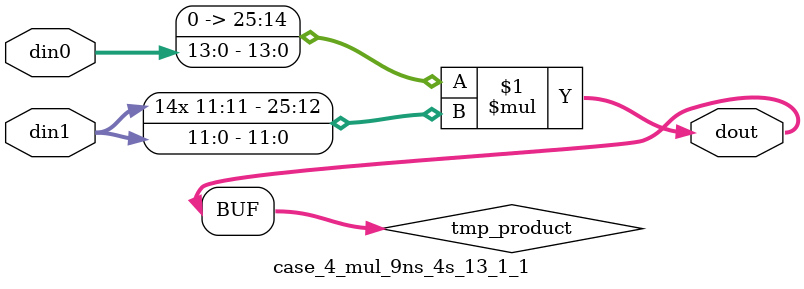
<source format=v>

`timescale 1 ns / 1 ps

 (* use_dsp = "no" *)  module case_4_mul_9ns_4s_13_1_1(din0, din1, dout);
parameter ID = 1;
parameter NUM_STAGE = 0;
parameter din0_WIDTH = 14;
parameter din1_WIDTH = 12;
parameter dout_WIDTH = 26;

input [din0_WIDTH - 1 : 0] din0; 
input [din1_WIDTH - 1 : 0] din1; 
output [dout_WIDTH - 1 : 0] dout;

wire signed [dout_WIDTH - 1 : 0] tmp_product;

























assign tmp_product = $signed({1'b0, din0}) * $signed(din1);










assign dout = tmp_product;





















endmodule

</source>
